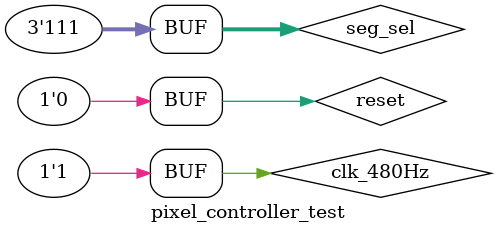
<source format=v>
`timescale 1ns / 1ps


module pixel_controller_test;

	// Inputs
	reg clk_480Hz;
	reg reset;

	// Outputs
	reg a7;
	reg a6;
	reg a5;
	reg a4;
	reg a3;
	reg a2;
	reg a1;
	reg a0;
	reg [2:0] seg_sel;

	// Instantiate the Unit Under Test (UUT)
	pixel_controller uut (
		.clk_480Hz(clk_480Hz), 
		.reset(reset), 
		.a7(a7), 
		.a6(a6), 
		.a5(a5), 
		.a4(a4), 
		.a3(a3), 
		.a2(a2), 
		.a1(a1), 
		.a0(a0), 
		.seg_sel(seg_sel)
	);

	initial begin
		// Initialize Inputs
		clk_480Hz = 0;
		reset = 0;
		#100;
		clk_480Hz = 0;
		reset = 1;
		#10;
		clk_480Hz = 0;
		reset = 0;
		#10;
		//
		seg_sel = 3'b111;
		clk_480Hz = 1;
		#10;
		clk_480Hz = 0;
		#10;
		clk_480Hz = 1;
		#10;
		clk_480Hz = 0;
		#10;
		clk_480Hz = 1;
		#10;
		clk_480Hz = 0;
		#10;
		clk_480Hz = 1;
		#10;
		clk_480Hz = 0;
		#10;
		clk_480Hz = 1;
		#10;
		clk_480Hz = 0;
		#10;
		clk_480Hz = 1;
		#10;
		clk_480Hz = 0;
		#10;
		clk_480Hz = 1;
		#10;
		clk_480Hz = 0;
		#10;
		clk_480Hz = 1;
		#10;
		clk_480Hz = 0;
		#10;
		clk_480Hz = 1;
		#10;
		clk_480Hz = 0;
		#10;
		clk_480Hz = 1;
		#10;
		

	end
      
endmodule


</source>
